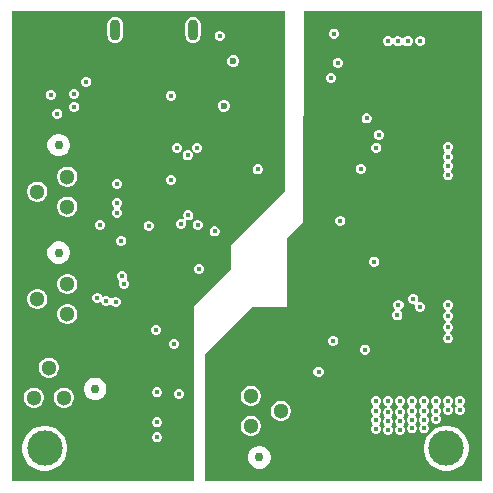
<source format=gbr>
%TF.GenerationSoftware,Altium Limited,Altium Designer,22.10.1 (41)*%
G04 Layer_Physical_Order=2*
G04 Layer_Color=36540*
%FSLAX45Y45*%
%MOMM*%
%TF.SameCoordinates,8F1E8784-786E-41FF-A270-8DB9F9DE2763*%
%TF.FilePolarity,Positive*%
%TF.FileFunction,Copper,L2,Inr,Signal*%
%TF.Part,Single*%
G01*
G75*
%TA.AperFunction,ComponentPad*%
%ADD46C,1.30000*%
%ADD47C,0.75000*%
%TA.AperFunction,WasherPad*%
%ADD48C,3.00000*%
%TA.AperFunction,SMDPad,CuDef*%
%ADD49C,3.00000*%
%TA.AperFunction,ComponentPad*%
%ADD50O,0.90000X1.80000*%
%TA.AperFunction,ViaPad*%
%ADD51C,0.45000*%
%ADD52C,0.60000*%
%ADD53C,0.50000*%
G36*
X4000000Y20391D02*
X1657773D01*
Y1097500D01*
X2052500Y1495000D01*
X2350000D01*
X2355000Y2082500D01*
X2487500Y2215000D01*
X2492500Y4000000D01*
X4000000D01*
Y20391D01*
D02*
G37*
G36*
X2335000Y2475000D02*
X1875000Y2015000D01*
Y1815000D01*
X1560000Y1500000D01*
Y20391D01*
X20391D01*
Y4000000D01*
X2335000D01*
Y2475000D01*
D02*
G37*
%LPC*%
G36*
X3380954Y3787501D02*
X3364047D01*
X3348426Y3781031D01*
X3336471Y3769076D01*
X3336351Y3768787D01*
X3323651D01*
X3323531Y3769076D01*
X3311576Y3781031D01*
X3295955Y3787501D01*
X3279048D01*
X3263428Y3781031D01*
X3253810Y3771414D01*
X3246252Y3770031D01*
X3238694Y3771414D01*
X3229077Y3781031D01*
X3213456Y3787501D01*
X3196549D01*
X3180928Y3781031D01*
X3168973Y3769076D01*
X3162503Y3753455D01*
Y3736548D01*
X3168973Y3720927D01*
X3180928Y3708972D01*
X3196549Y3702502D01*
X3213456D01*
X3229077Y3708972D01*
X3238694Y3718589D01*
X3246252Y3719972D01*
X3253810Y3718589D01*
X3263428Y3708972D01*
X3279048Y3702502D01*
X3295955D01*
X3311576Y3708972D01*
X3323531Y3720927D01*
X3323651Y3721216D01*
X3336351D01*
X3336471Y3720927D01*
X3348426Y3708972D01*
X3364047Y3702502D01*
X3380954D01*
X3396574Y3708972D01*
X3408530Y3720927D01*
X3415000Y3736548D01*
Y3753455D01*
X3408530Y3769076D01*
X3396574Y3781031D01*
X3380954Y3787501D01*
D02*
G37*
G36*
X2758454Y3852500D02*
X2741546D01*
X2725926Y3846030D01*
X2713970Y3834074D01*
X2707500Y3818454D01*
Y3801546D01*
X2713970Y3785926D01*
X2725926Y3773970D01*
X2741546Y3767500D01*
X2758454D01*
X2774074Y3773970D01*
X2786030Y3785926D01*
X2792500Y3801546D01*
Y3818454D01*
X2786030Y3834074D01*
X2774074Y3846030D01*
X2758454Y3852500D01*
D02*
G37*
G36*
X3488452Y3790001D02*
X3471544D01*
X3455924Y3783530D01*
X3443968Y3771575D01*
X3437498Y3755954D01*
Y3739047D01*
X3443968Y3723427D01*
X3455924Y3711471D01*
X3471544Y3705001D01*
X3488452D01*
X3504072Y3711471D01*
X3516028Y3723427D01*
X3522498Y3739047D01*
Y3755954D01*
X3516028Y3771575D01*
X3504072Y3783530D01*
X3488452Y3790001D01*
D02*
G37*
G36*
X2788453Y3602498D02*
X2771546D01*
X2755925Y3596028D01*
X2743970Y3584072D01*
X2737500Y3568452D01*
Y3551544D01*
X2743970Y3535924D01*
X2755925Y3523968D01*
X2771546Y3517498D01*
X2788453D01*
X2804074Y3523968D01*
X2816029Y3535924D01*
X2822499Y3551544D01*
Y3568452D01*
X2816029Y3584072D01*
X2804074Y3596028D01*
X2788453Y3602498D01*
D02*
G37*
G36*
X2733253Y3477499D02*
X2716346D01*
X2700725Y3471029D01*
X2688770Y3459074D01*
X2682300Y3443453D01*
Y3426546D01*
X2688770Y3410925D01*
X2700725Y3398970D01*
X2716346Y3392500D01*
X2733253D01*
X2748874Y3398970D01*
X2760829Y3410925D01*
X2767299Y3426546D01*
Y3443453D01*
X2760829Y3459074D01*
X2748874Y3471029D01*
X2733253Y3477499D01*
D02*
G37*
G36*
X3033454Y3135000D02*
X3016546D01*
X3000926Y3128530D01*
X2988970Y3116574D01*
X2982500Y3100954D01*
Y3084046D01*
X2988970Y3068426D01*
X3000926Y3056470D01*
X3016546Y3050000D01*
X3033454D01*
X3049074Y3056470D01*
X3061030Y3068426D01*
X3067500Y3084046D01*
Y3100954D01*
X3061030Y3116574D01*
X3049074Y3128530D01*
X3033454Y3135000D01*
D02*
G37*
G36*
X3135954Y2995000D02*
X3119046D01*
X3103426Y2988530D01*
X3091470Y2976574D01*
X3085000Y2960954D01*
Y2944046D01*
X3091470Y2928426D01*
X3103426Y2916470D01*
X3119046Y2910000D01*
X3135954D01*
X3151574Y2916470D01*
X3163530Y2928426D01*
X3170000Y2944046D01*
Y2960954D01*
X3163530Y2976574D01*
X3151574Y2988530D01*
X3135954Y2995000D01*
D02*
G37*
G36*
X3115954Y2887500D02*
X3099046D01*
X3083426Y2881030D01*
X3071470Y2869074D01*
X3065000Y2853454D01*
Y2836546D01*
X3071470Y2820926D01*
X3083426Y2808970D01*
X3099046Y2802500D01*
X3115954D01*
X3131574Y2808970D01*
X3143530Y2820926D01*
X3150000Y2836546D01*
Y2853454D01*
X3143530Y2869074D01*
X3131574Y2881030D01*
X3115954Y2887500D01*
D02*
G37*
G36*
X2983454Y2705000D02*
X2966546D01*
X2950926Y2698530D01*
X2938970Y2686574D01*
X2932500Y2670954D01*
Y2654046D01*
X2938970Y2638426D01*
X2950926Y2626470D01*
X2966546Y2620000D01*
X2983454D01*
X2999074Y2626470D01*
X3011030Y2638426D01*
X3017500Y2654046D01*
Y2670954D01*
X3011030Y2686574D01*
X2999074Y2698530D01*
X2983454Y2705000D01*
D02*
G37*
G36*
X3721453Y2890002D02*
X3704545D01*
X3688925Y2883532D01*
X3676969Y2871577D01*
X3670499Y2855956D01*
Y2839049D01*
X3676969Y2823428D01*
X3684231Y2816167D01*
X3687511Y2807919D01*
X3684231Y2799671D01*
X3676969Y2792409D01*
X3670499Y2776789D01*
Y2759881D01*
X3676969Y2744261D01*
X3684231Y2736999D01*
X3687511Y2728751D01*
X3684231Y2720503D01*
X3676969Y2713242D01*
X3670499Y2697621D01*
Y2680714D01*
X3676969Y2665093D01*
X3684231Y2657832D01*
X3687511Y2649584D01*
X3684231Y2641336D01*
X3676969Y2634074D01*
X3670499Y2618454D01*
Y2601546D01*
X3676969Y2585926D01*
X3688925Y2573970D01*
X3704545Y2567500D01*
X3721453D01*
X3737073Y2573970D01*
X3749029Y2585926D01*
X3755499Y2601546D01*
Y2618454D01*
X3749029Y2634074D01*
X3741767Y2641336D01*
X3738487Y2649584D01*
X3741767Y2657832D01*
X3749029Y2665093D01*
X3755499Y2680714D01*
Y2697621D01*
X3749029Y2713242D01*
X3741767Y2720503D01*
X3738487Y2728751D01*
X3741767Y2736999D01*
X3749029Y2744261D01*
X3755499Y2759881D01*
Y2776789D01*
X3749029Y2792409D01*
X3741767Y2799671D01*
X3738487Y2807919D01*
X3741767Y2816167D01*
X3749029Y2823428D01*
X3755499Y2839049D01*
Y2855956D01*
X3749029Y2871577D01*
X3737073Y2883532D01*
X3721453Y2890002D01*
D02*
G37*
G36*
X2810954Y2265000D02*
X2794046D01*
X2778426Y2258530D01*
X2766470Y2246574D01*
X2760000Y2230954D01*
Y2214046D01*
X2766470Y2198426D01*
X2778426Y2186470D01*
X2794046Y2180000D01*
X2810954D01*
X2826574Y2186470D01*
X2838530Y2198426D01*
X2845000Y2214046D01*
Y2230954D01*
X2838530Y2246574D01*
X2826574Y2258530D01*
X2810954Y2265000D01*
D02*
G37*
G36*
X3098454Y1922500D02*
X3081546D01*
X3065926Y1916030D01*
X3053970Y1904074D01*
X3047500Y1888454D01*
Y1871546D01*
X3053970Y1855926D01*
X3065926Y1843970D01*
X3081546Y1837500D01*
X3098454D01*
X3114074Y1843970D01*
X3126030Y1855926D01*
X3132500Y1871546D01*
Y1888454D01*
X3126030Y1904074D01*
X3114074Y1916030D01*
X3098454Y1922500D01*
D02*
G37*
G36*
X3428452Y1605001D02*
X3411545D01*
X3395924Y1598531D01*
X3383969Y1586575D01*
X3377498Y1570955D01*
Y1554048D01*
X3383969Y1538427D01*
X3395924Y1526472D01*
X3411545Y1520002D01*
X3425608D01*
X3432338Y1513115D01*
X3434739Y1508859D01*
X3432500Y1503454D01*
Y1486546D01*
X3438970Y1470926D01*
X3450926Y1458970D01*
X3466546Y1452500D01*
X3483454D01*
X3499074Y1458970D01*
X3511030Y1470926D01*
X3517500Y1486546D01*
Y1503454D01*
X3511030Y1519074D01*
X3499074Y1531030D01*
X3483454Y1537500D01*
X3469390D01*
X3462661Y1544386D01*
X3460259Y1548642D01*
X3462498Y1554048D01*
Y1570955D01*
X3456028Y1586575D01*
X3444072Y1598531D01*
X3428452Y1605001D01*
D02*
G37*
G36*
X3303171Y1555281D02*
X3286264D01*
X3270643Y1548810D01*
X3258688Y1536855D01*
X3252218Y1521234D01*
Y1504327D01*
X3258688Y1488707D01*
X3269194Y1478201D01*
X3269336Y1470032D01*
X3268169Y1464030D01*
X3260928Y1461031D01*
X3248973Y1449075D01*
X3242503Y1433455D01*
Y1416547D01*
X3248973Y1400927D01*
X3260928Y1388971D01*
X3276549Y1382501D01*
X3293456D01*
X3309076Y1388971D01*
X3321032Y1400927D01*
X3327502Y1416547D01*
Y1433455D01*
X3321032Y1449075D01*
X3310526Y1459581D01*
X3310384Y1467750D01*
X3311551Y1473752D01*
X3318792Y1476751D01*
X3330747Y1488707D01*
X3337217Y1504327D01*
Y1521234D01*
X3330747Y1536855D01*
X3318792Y1548810D01*
X3303171Y1555281D01*
D02*
G37*
G36*
X3720952Y1552500D02*
X3704045D01*
X3688424Y1546030D01*
X3676469Y1534074D01*
X3669999Y1518454D01*
Y1501546D01*
X3676469Y1485926D01*
X3688424Y1473970D01*
X3697511Y1470207D01*
Y1456460D01*
X3688424Y1452696D01*
X3676469Y1440741D01*
X3669999Y1425120D01*
Y1408213D01*
X3676469Y1392593D01*
X3688424Y1380637D01*
X3697511Y1376873D01*
Y1363127D01*
X3688424Y1359363D01*
X3676469Y1347408D01*
X3669999Y1331787D01*
Y1314880D01*
X3676469Y1299259D01*
X3688424Y1287304D01*
X3697511Y1283540D01*
Y1269793D01*
X3688424Y1266030D01*
X3676469Y1254074D01*
X3669999Y1238454D01*
Y1221546D01*
X3676469Y1205926D01*
X3688424Y1193970D01*
X3704045Y1187500D01*
X3720952D01*
X3736573Y1193970D01*
X3748528Y1205926D01*
X3754998Y1221546D01*
Y1238454D01*
X3748528Y1254074D01*
X3736573Y1266030D01*
X3727486Y1269793D01*
Y1283540D01*
X3736573Y1287304D01*
X3748528Y1299259D01*
X3754998Y1314880D01*
Y1331787D01*
X3748528Y1347408D01*
X3736573Y1359363D01*
X3727486Y1363127D01*
Y1376873D01*
X3736573Y1380637D01*
X3748528Y1392593D01*
X3754998Y1408213D01*
Y1425120D01*
X3748528Y1440741D01*
X3736573Y1452696D01*
X3727486Y1456460D01*
Y1470207D01*
X3736573Y1473970D01*
X3748528Y1485926D01*
X3754998Y1501546D01*
Y1518454D01*
X3748528Y1534074D01*
X3736573Y1546030D01*
X3720952Y1552500D01*
D02*
G37*
G36*
X2750954Y1250000D02*
X2734046D01*
X2718426Y1243530D01*
X2706470Y1231574D01*
X2700000Y1215954D01*
Y1199046D01*
X2706470Y1183426D01*
X2718426Y1171470D01*
X2734046Y1165000D01*
X2750954D01*
X2766574Y1171470D01*
X2778530Y1183426D01*
X2785000Y1199046D01*
Y1215954D01*
X2778530Y1231574D01*
X2766574Y1243530D01*
X2750954Y1250000D01*
D02*
G37*
G36*
X3018711Y1177702D02*
X3001804D01*
X2986183Y1171232D01*
X2974228Y1159276D01*
X2967758Y1143656D01*
Y1126748D01*
X2974228Y1111128D01*
X2986183Y1099172D01*
X3001804Y1092702D01*
X3018711D01*
X3034331Y1099172D01*
X3046287Y1111128D01*
X3052757Y1126748D01*
Y1143656D01*
X3046287Y1159276D01*
X3034331Y1171232D01*
X3018711Y1177702D01*
D02*
G37*
G36*
X2625954Y990000D02*
X2609046D01*
X2593426Y983530D01*
X2581470Y971574D01*
X2575000Y955954D01*
Y939046D01*
X2581470Y923426D01*
X2593426Y911470D01*
X2609046Y905000D01*
X2625954D01*
X2641574Y911470D01*
X2653530Y923426D01*
X2660000Y939046D01*
Y955954D01*
X2653530Y971574D01*
X2641574Y983530D01*
X2625954Y990000D01*
D02*
G37*
G36*
X2054689Y828499D02*
X2032308D01*
X2010689Y822707D01*
X1991307Y811517D01*
X1975481Y795691D01*
X1964291Y776308D01*
X1958498Y754690D01*
Y732309D01*
X1964291Y710691D01*
X1975481Y691308D01*
X1991307Y675483D01*
X2010689Y664292D01*
X2032308Y658500D01*
X2054689D01*
X2076307Y664292D01*
X2095689Y675483D01*
X2111515Y691308D01*
X2122705Y710691D01*
X2128498Y732309D01*
Y754690D01*
X2122705Y776308D01*
X2111515Y795691D01*
X2095689Y811517D01*
X2076307Y822707D01*
X2054689Y828499D01*
D02*
G37*
G36*
X3821669Y740000D02*
X3804762D01*
X3789141Y733530D01*
X3777185Y721574D01*
X3770715Y705954D01*
Y689046D01*
X3777185Y673426D01*
X3782315Y668297D01*
X3788113Y660000D01*
X3782315Y651703D01*
X3777185Y646574D01*
X3770715Y630954D01*
Y614046D01*
X3777185Y598426D01*
X3789141Y586470D01*
X3804762Y580000D01*
X3821669D01*
X3837289Y586470D01*
X3849245Y598426D01*
X3855715Y614046D01*
Y630954D01*
X3849245Y646574D01*
X3844116Y651703D01*
X3838317Y660000D01*
X3844116Y668297D01*
X3849245Y673426D01*
X3855715Y689046D01*
Y705954D01*
X3849245Y721574D01*
X3837289Y733530D01*
X3821669Y740000D01*
D02*
G37*
G36*
X3720597D02*
X3703690D01*
X3688069Y733530D01*
X3676114Y721574D01*
X3669644Y705954D01*
Y689046D01*
X3676114Y673426D01*
X3681243Y668297D01*
X3687041Y660000D01*
X3681243Y651703D01*
X3676114Y646574D01*
X3669644Y630954D01*
Y614046D01*
X3676114Y598426D01*
X3688069Y586470D01*
X3703690Y580000D01*
X3720597D01*
X3736218Y586470D01*
X3748173Y598426D01*
X3754643Y614046D01*
Y630954D01*
X3748173Y646574D01*
X3743044Y651703D01*
X3737246Y660000D01*
X3743044Y668297D01*
X3748173Y673426D01*
X3754643Y689046D01*
Y705954D01*
X3748173Y721574D01*
X3736218Y733530D01*
X3720597Y740000D01*
D02*
G37*
G36*
X2308689Y701499D02*
X2286308D01*
X2264689Y695707D01*
X2245307Y684517D01*
X2229481Y668691D01*
X2218291Y649308D01*
X2212498Y627690D01*
Y605309D01*
X2218291Y583691D01*
X2229481Y564308D01*
X2245307Y548483D01*
X2264689Y537292D01*
X2286308Y531500D01*
X2308689D01*
X2330307Y537292D01*
X2349689Y548483D01*
X2365515Y564308D01*
X2376705Y583691D01*
X2382498Y605309D01*
Y627690D01*
X2376705Y649308D01*
X2365515Y668691D01*
X2349689Y684517D01*
X2330307Y695707D01*
X2308689Y701499D01*
D02*
G37*
G36*
X3619525Y740000D02*
X3602618D01*
X3586998Y733530D01*
X3575042Y721574D01*
X3568572Y705954D01*
Y689046D01*
X3575042Y673426D01*
X3582893Y665576D01*
X3585644Y657500D01*
X3582893Y649424D01*
X3575042Y641574D01*
X3568572Y625954D01*
Y609046D01*
X3575042Y593426D01*
X3585968Y582500D01*
X3575042Y571574D01*
X3568572Y555954D01*
Y539046D01*
X3575042Y523426D01*
X3586998Y511470D01*
X3602618Y505000D01*
X3619525D01*
X3635146Y511470D01*
X3647101Y523426D01*
X3653572Y539046D01*
Y555954D01*
X3647101Y571574D01*
X3636176Y582500D01*
X3647101Y593426D01*
X3653572Y609046D01*
Y625954D01*
X3647101Y641574D01*
X3639251Y649424D01*
X3636499Y657500D01*
X3639251Y665576D01*
X3647101Y673426D01*
X3653572Y689046D01*
Y705954D01*
X3647101Y721574D01*
X3635146Y733530D01*
X3619525Y740000D01*
D02*
G37*
G36*
X3518454D02*
X3501546D01*
X3485926Y733530D01*
X3473970Y721574D01*
X3467500Y705954D01*
Y689046D01*
X3473970Y673426D01*
X3481821Y665576D01*
X3484573Y657500D01*
X3481821Y649424D01*
X3473970Y641574D01*
X3467500Y625954D01*
Y609046D01*
X3473970Y593426D01*
X3480350Y587047D01*
X3484549Y578750D01*
X3480350Y570453D01*
X3473970Y564074D01*
X3467500Y548454D01*
Y531546D01*
X3473970Y515926D01*
X3477850Y512047D01*
X3485717Y503750D01*
X3477850Y495453D01*
X3473970Y491574D01*
X3467500Y475954D01*
Y459046D01*
X3473970Y443426D01*
X3485926Y431470D01*
X3501546Y425000D01*
X3518454D01*
X3534074Y431470D01*
X3546030Y443426D01*
X3552500Y459046D01*
Y475954D01*
X3546030Y491574D01*
X3542151Y495453D01*
X3534284Y503750D01*
X3542151Y512047D01*
X3546030Y515926D01*
X3552500Y531546D01*
Y548454D01*
X3546030Y564074D01*
X3539651Y570453D01*
X3535451Y578750D01*
X3539651Y587047D01*
X3546030Y593426D01*
X3552500Y609046D01*
Y625954D01*
X3546030Y641574D01*
X3538179Y649424D01*
X3535428Y657500D01*
X3538179Y665576D01*
X3546030Y673426D01*
X3552500Y689046D01*
Y705954D01*
X3546030Y721574D01*
X3534074Y733530D01*
X3518454Y740000D01*
D02*
G37*
G36*
X3417382D02*
X3400475D01*
X3384854Y733530D01*
X3372899Y721574D01*
X3366429Y705954D01*
Y689046D01*
X3372899Y673426D01*
X3380749Y665576D01*
X3383501Y657500D01*
X3380749Y649424D01*
X3372899Y641574D01*
X3366429Y625954D01*
Y609046D01*
X3372899Y593426D01*
X3378028Y588297D01*
X3383826Y580000D01*
X3378028Y571703D01*
X3372899Y566574D01*
X3366429Y550954D01*
Y534046D01*
X3372899Y518426D01*
X3378028Y513297D01*
X3383826Y505000D01*
X3378028Y496703D01*
X3372899Y491574D01*
X3366429Y475954D01*
Y459046D01*
X3372899Y443426D01*
X3384854Y431470D01*
X3400475Y425000D01*
X3417382D01*
X3433003Y431470D01*
X3444958Y443426D01*
X3451428Y459046D01*
Y475954D01*
X3444958Y491574D01*
X3439829Y496703D01*
X3434030Y505000D01*
X3439829Y513297D01*
X3444958Y518426D01*
X3451428Y534046D01*
Y550954D01*
X3444958Y566574D01*
X3439829Y571703D01*
X3434030Y580000D01*
X3439829Y588297D01*
X3444958Y593426D01*
X3451428Y609046D01*
Y625954D01*
X3444958Y641574D01*
X3437108Y649424D01*
X3434356Y657500D01*
X3437108Y665576D01*
X3444958Y673426D01*
X3451428Y689046D01*
Y705954D01*
X3444958Y721574D01*
X3433003Y733530D01*
X3417382Y740000D01*
D02*
G37*
G36*
X3114167D02*
X3097260D01*
X3081639Y733530D01*
X3069684Y721574D01*
X3063214Y705954D01*
Y689046D01*
X3069684Y673426D01*
X3080362Y662747D01*
X3081062Y655500D01*
X3080362Y648253D01*
X3069684Y637574D01*
X3063214Y621954D01*
Y605046D01*
X3069684Y589426D01*
X3076063Y583047D01*
X3080262Y574750D01*
X3076063Y566453D01*
X3069684Y560074D01*
X3063214Y544454D01*
Y527546D01*
X3069684Y511926D01*
X3073563Y508047D01*
X3081430Y499750D01*
X3073563Y491453D01*
X3069684Y487574D01*
X3063214Y471954D01*
Y455046D01*
X3069684Y439426D01*
X3081639Y427470D01*
X3097260Y421000D01*
X3114167D01*
X3129787Y427470D01*
X3141743Y439426D01*
X3148213Y455046D01*
Y471954D01*
X3141743Y487574D01*
X3137864Y491453D01*
X3129997Y499750D01*
X3137864Y508047D01*
X3141743Y511926D01*
X3148213Y527546D01*
Y544454D01*
X3141743Y560074D01*
X3135364Y566453D01*
X3131165Y574750D01*
X3135364Y583047D01*
X3141743Y589426D01*
X3148213Y605046D01*
Y621954D01*
X3141743Y637574D01*
X3131064Y648253D01*
X3130364Y655500D01*
X3131064Y662747D01*
X3141743Y673426D01*
X3148213Y689046D01*
Y705954D01*
X3141743Y721574D01*
X3129787Y733530D01*
X3114167Y740000D01*
D02*
G37*
G36*
X3316310D02*
X3299403D01*
X3283783Y733530D01*
X3271827Y721574D01*
X3265357Y705954D01*
Y689046D01*
X3271827Y673426D01*
X3283783Y661470D01*
X3291863Y658123D01*
Y644377D01*
X3283783Y641030D01*
X3271827Y629074D01*
X3265357Y613454D01*
Y596546D01*
X3271827Y580926D01*
X3278206Y574547D01*
X3282405Y566250D01*
X3278206Y557953D01*
X3271827Y551574D01*
X3265357Y535954D01*
Y519046D01*
X3271827Y503426D01*
X3275706Y499547D01*
X3283573Y491250D01*
X3275706Y482953D01*
X3271827Y479074D01*
X3265357Y463454D01*
Y446546D01*
X3271827Y430926D01*
X3283783Y418970D01*
X3299403Y412500D01*
X3316310D01*
X3331931Y418970D01*
X3343886Y430926D01*
X3350357Y446546D01*
Y463454D01*
X3343886Y479074D01*
X3340007Y482953D01*
X3332140Y491250D01*
X3340007Y499547D01*
X3343886Y503426D01*
X3350357Y519046D01*
Y535954D01*
X3343886Y551574D01*
X3337507Y557953D01*
X3333308Y566250D01*
X3337507Y574547D01*
X3343886Y580926D01*
X3350357Y596546D01*
Y613454D01*
X3343886Y629074D01*
X3331931Y641030D01*
X3323850Y644377D01*
Y658123D01*
X3331931Y661470D01*
X3343886Y673426D01*
X3350357Y689046D01*
Y705954D01*
X3343886Y721574D01*
X3331931Y733530D01*
X3316310Y740000D01*
D02*
G37*
G36*
X3215239D02*
X3198331D01*
X3182711Y733530D01*
X3170755Y721574D01*
X3164285Y705954D01*
Y689046D01*
X3170755Y673426D01*
X3182711Y661470D01*
X3194148Y656733D01*
Y643267D01*
X3182711Y638530D01*
X3170755Y626574D01*
X3164285Y610954D01*
Y594046D01*
X3170755Y578426D01*
X3175884Y573297D01*
X3181683Y565000D01*
X3175884Y556703D01*
X3170755Y551574D01*
X3164285Y535954D01*
Y519046D01*
X3170755Y503426D01*
X3175885Y498297D01*
X3181683Y490000D01*
X3175885Y481703D01*
X3170755Y476574D01*
X3164285Y460954D01*
Y444046D01*
X3170755Y428426D01*
X3182711Y416470D01*
X3198331Y410000D01*
X3215239D01*
X3230859Y416470D01*
X3242815Y428426D01*
X3249285Y444046D01*
Y460954D01*
X3242815Y476574D01*
X3237685Y481703D01*
X3231887Y490000D01*
X3237685Y498297D01*
X3242815Y503426D01*
X3249285Y519046D01*
Y535954D01*
X3242815Y551574D01*
X3237686Y556703D01*
X3231887Y565000D01*
X3237686Y573297D01*
X3242815Y578426D01*
X3249285Y594046D01*
Y610954D01*
X3242815Y626574D01*
X3230859Y638530D01*
X3219422Y643267D01*
Y656733D01*
X3230859Y661470D01*
X3242815Y673426D01*
X3249285Y689046D01*
Y705954D01*
X3242815Y721574D01*
X3230859Y733530D01*
X3215239Y740000D01*
D02*
G37*
G36*
X2054689Y574499D02*
X2032308D01*
X2010689Y568707D01*
X1991307Y557517D01*
X1975481Y541691D01*
X1964291Y522308D01*
X1958498Y500690D01*
Y478309D01*
X1964291Y456691D01*
X1975481Y437308D01*
X1991307Y421483D01*
X2010689Y410292D01*
X2032308Y404500D01*
X2054689D01*
X2076307Y410292D01*
X2095689Y421483D01*
X2111515Y437308D01*
X2122705Y456691D01*
X2128498Y478309D01*
Y500690D01*
X2122705Y522308D01*
X2111515Y541691D01*
X2095689Y557517D01*
X2076307Y568707D01*
X2054689Y574499D01*
D02*
G37*
G36*
X2130005Y317500D02*
X2104991D01*
X2080830Y311026D01*
X2059167Y298519D01*
X2041480Y280831D01*
X2028973Y259168D01*
X2022499Y235007D01*
Y209993D01*
X2028973Y185831D01*
X2041480Y164169D01*
X2059167Y146481D01*
X2080830Y133974D01*
X2104991Y127500D01*
X2130005D01*
X2154167Y133974D01*
X2175830Y146481D01*
X2193517Y164169D01*
X2206024Y185831D01*
X2212498Y209993D01*
Y235007D01*
X2206024Y259168D01*
X2193517Y280831D01*
X2175830Y298519D01*
X2154167Y311026D01*
X2130005Y317500D01*
D02*
G37*
G36*
X3718711Y489999D02*
X3681284D01*
X3644577Y482698D01*
X3609999Y468375D01*
X3578880Y447582D01*
X3552415Y421117D01*
X3531622Y389998D01*
X3517300Y355420D01*
X3509998Y318713D01*
Y281286D01*
X3517300Y244579D01*
X3531622Y210001D01*
X3552415Y178882D01*
X3578880Y152417D01*
X3609999Y131624D01*
X3644577Y117301D01*
X3681284Y110000D01*
X3718711D01*
X3755418Y117301D01*
X3789996Y131624D01*
X3821116Y152417D01*
X3847580Y178882D01*
X3868373Y210001D01*
X3882696Y244579D01*
X3889998Y281286D01*
Y318713D01*
X3882696Y355420D01*
X3868373Y389998D01*
X3847580Y421117D01*
X3821116Y447582D01*
X3789996Y468375D01*
X3755418Y482698D01*
X3718711Y489999D01*
D02*
G37*
G36*
X1788454Y3832500D02*
X1771546D01*
X1755926Y3826030D01*
X1743970Y3814074D01*
X1737500Y3798454D01*
Y3781546D01*
X1743970Y3765926D01*
X1755926Y3753970D01*
X1771546Y3747500D01*
X1788454D01*
X1804074Y3753970D01*
X1816030Y3765926D01*
X1822500Y3781546D01*
Y3798454D01*
X1816030Y3814074D01*
X1804074Y3826030D01*
X1788454Y3832500D01*
D02*
G37*
G36*
X1554998Y3953062D02*
X1538030Y3950829D01*
X1522218Y3944279D01*
X1508640Y3933860D01*
X1498221Y3920282D01*
X1491671Y3904470D01*
X1489437Y3887502D01*
Y3797502D01*
X1491671Y3780533D01*
X1498221Y3764721D01*
X1508640Y3751144D01*
X1522218Y3740725D01*
X1538030Y3734175D01*
X1554998Y3731941D01*
X1571967Y3734175D01*
X1587778Y3740725D01*
X1601356Y3751144D01*
X1611775Y3764721D01*
X1618325Y3780533D01*
X1620559Y3797502D01*
Y3887502D01*
X1618325Y3904470D01*
X1611775Y3920282D01*
X1601356Y3933860D01*
X1587778Y3944279D01*
X1571967Y3950829D01*
X1554998Y3953062D01*
D02*
G37*
G36*
X894999D02*
X878031Y3950829D01*
X862219Y3944279D01*
X848641Y3933860D01*
X838222Y3920282D01*
X831673Y3904470D01*
X829439Y3887502D01*
Y3797502D01*
X831673Y3780533D01*
X838222Y3764721D01*
X848641Y3751144D01*
X862219Y3740725D01*
X878031Y3734175D01*
X894999Y3731941D01*
X911968Y3734175D01*
X927780Y3740725D01*
X941358Y3751144D01*
X951777Y3764721D01*
X958326Y3780533D01*
X960560Y3797502D01*
Y3887502D01*
X958326Y3904470D01*
X951777Y3920282D01*
X941358Y3933860D01*
X927780Y3944279D01*
X911968Y3950829D01*
X894999Y3953062D01*
D02*
G37*
G36*
X1906895Y3627104D02*
X1887003D01*
X1868626Y3619492D01*
X1854561Y3605427D01*
X1846949Y3587050D01*
Y3567159D01*
X1854561Y3548782D01*
X1868626Y3534716D01*
X1887003Y3527104D01*
X1906895D01*
X1925272Y3534716D01*
X1939337Y3548782D01*
X1946949Y3567159D01*
Y3587050D01*
X1939337Y3605427D01*
X1925272Y3619492D01*
X1906895Y3627104D01*
D02*
G37*
G36*
X659953Y3442498D02*
X643046D01*
X627426Y3436028D01*
X615470Y3424072D01*
X609000Y3408452D01*
Y3391545D01*
X615470Y3375924D01*
X627426Y3363969D01*
X643046Y3357498D01*
X659953D01*
X675574Y3363969D01*
X687529Y3375924D01*
X694000Y3391545D01*
Y3408452D01*
X687529Y3424072D01*
X675574Y3436028D01*
X659953Y3442498D01*
D02*
G37*
G36*
X555954Y3342500D02*
X539046D01*
X523426Y3336030D01*
X511470Y3324074D01*
X505000Y3308454D01*
Y3291546D01*
X511470Y3275926D01*
X523426Y3263970D01*
X539046Y3257500D01*
X555954D01*
X571574Y3263970D01*
X583530Y3275926D01*
X590000Y3291546D01*
Y3308454D01*
X583530Y3324074D01*
X571574Y3336030D01*
X555954Y3342500D01*
D02*
G37*
G36*
X358454Y3335000D02*
X341546D01*
X325926Y3328530D01*
X313970Y3316574D01*
X307500Y3300954D01*
Y3284046D01*
X313970Y3268426D01*
X325926Y3256470D01*
X341546Y3250000D01*
X358454D01*
X374074Y3256470D01*
X386030Y3268426D01*
X392500Y3284046D01*
Y3300954D01*
X386030Y3316574D01*
X374074Y3328530D01*
X358454Y3335000D01*
D02*
G37*
G36*
X1378453Y3327502D02*
X1361546D01*
X1345926Y3321032D01*
X1333970Y3309076D01*
X1327500Y3293456D01*
Y3276549D01*
X1333970Y3260928D01*
X1345926Y3248973D01*
X1361546Y3242503D01*
X1378453D01*
X1394074Y3248973D01*
X1406029Y3260928D01*
X1412500Y3276549D01*
Y3293456D01*
X1406029Y3309076D01*
X1394074Y3321032D01*
X1378453Y3327502D01*
D02*
G37*
G36*
X1825482Y3249460D02*
X1805590D01*
X1787213Y3241848D01*
X1773148Y3227783D01*
X1765536Y3209406D01*
Y3189515D01*
X1773148Y3171138D01*
X1787213Y3157072D01*
X1805590Y3149461D01*
X1825482D01*
X1843859Y3157072D01*
X1857924Y3171138D01*
X1865536Y3189515D01*
Y3209406D01*
X1857924Y3227783D01*
X1843859Y3241848D01*
X1825482Y3249460D01*
D02*
G37*
G36*
X558452Y3232100D02*
X541545D01*
X525924Y3225630D01*
X513968Y3213674D01*
X507498Y3198054D01*
Y3181146D01*
X513968Y3165526D01*
X525924Y3153570D01*
X541545Y3147100D01*
X558452D01*
X574072Y3153570D01*
X586028Y3165526D01*
X592498Y3181146D01*
Y3198054D01*
X586028Y3213674D01*
X574072Y3225630D01*
X558452Y3232100D01*
D02*
G37*
G36*
X415954Y3175000D02*
X399046D01*
X383426Y3168530D01*
X371470Y3156574D01*
X365000Y3140954D01*
Y3124046D01*
X371470Y3108426D01*
X383426Y3096470D01*
X399046Y3090000D01*
X415954D01*
X431574Y3096470D01*
X443530Y3108426D01*
X450000Y3124046D01*
Y3140954D01*
X443530Y3156574D01*
X431574Y3168530D01*
X415954Y3175000D01*
D02*
G37*
G36*
X1597743Y2885139D02*
X1580836D01*
X1565215Y2878668D01*
X1553260Y2866713D01*
X1546789Y2851092D01*
Y2834185D01*
X1553260Y2818565D01*
X1565215Y2806609D01*
X1580836Y2800139D01*
X1597743D01*
X1613363Y2806609D01*
X1625319Y2818565D01*
X1631789Y2834185D01*
Y2851092D01*
X1625319Y2866713D01*
X1613363Y2878668D01*
X1597743Y2885139D01*
D02*
G37*
G36*
X1428523D02*
X1411616D01*
X1395995Y2878668D01*
X1384040Y2866713D01*
X1377570Y2851092D01*
Y2834185D01*
X1384040Y2818565D01*
X1395995Y2806609D01*
X1411616Y2800139D01*
X1428523D01*
X1444143Y2806609D01*
X1456099Y2818565D01*
X1462569Y2834185D01*
Y2851092D01*
X1456099Y2866713D01*
X1444143Y2878668D01*
X1428523Y2885139D01*
D02*
G37*
G36*
X430506Y2961999D02*
X405492D01*
X381330Y2955525D01*
X359668Y2943018D01*
X341980Y2925331D01*
X329473Y2903668D01*
X322999Y2879507D01*
Y2854493D01*
X329473Y2830331D01*
X341980Y2808668D01*
X359668Y2790981D01*
X381330Y2778474D01*
X405492Y2772000D01*
X430506D01*
X454667Y2778474D01*
X476330Y2790981D01*
X494018Y2808668D01*
X506525Y2830331D01*
X512999Y2854493D01*
Y2879507D01*
X506525Y2903668D01*
X494018Y2925331D01*
X476330Y2943018D01*
X454667Y2955525D01*
X430506Y2961999D01*
D02*
G37*
G36*
X1518454Y2822500D02*
X1501546D01*
X1485926Y2816030D01*
X1473970Y2804074D01*
X1467500Y2788454D01*
Y2771546D01*
X1473970Y2755926D01*
X1485926Y2743970D01*
X1501546Y2737500D01*
X1518454D01*
X1534074Y2743970D01*
X1546030Y2755926D01*
X1552500Y2771546D01*
Y2788454D01*
X1546030Y2804074D01*
X1534074Y2816030D01*
X1518454Y2822500D01*
D02*
G37*
G36*
X2110954Y2702500D02*
X2094046D01*
X2078426Y2696030D01*
X2066470Y2684074D01*
X2060000Y2668454D01*
Y2651546D01*
X2066470Y2635926D01*
X2078426Y2623970D01*
X2094046Y2617500D01*
X2110954D01*
X2126574Y2623970D01*
X2138530Y2635926D01*
X2145000Y2651546D01*
Y2668454D01*
X2138530Y2684074D01*
X2126574Y2696030D01*
X2110954Y2702500D01*
D02*
G37*
G36*
X1378453Y2612502D02*
X1361546D01*
X1345926Y2606032D01*
X1333970Y2594077D01*
X1327500Y2578456D01*
Y2561549D01*
X1333970Y2545928D01*
X1345926Y2533973D01*
X1361546Y2527503D01*
X1378453D01*
X1394074Y2533973D01*
X1406029Y2545928D01*
X1412500Y2561549D01*
Y2578456D01*
X1406029Y2594077D01*
X1394074Y2606032D01*
X1378453Y2612502D01*
D02*
G37*
G36*
X503190Y2685000D02*
X480809D01*
X459191Y2679207D01*
X439808Y2668017D01*
X423982Y2652191D01*
X412792Y2632809D01*
X406999Y2611190D01*
Y2588809D01*
X412792Y2567191D01*
X423982Y2547809D01*
X439808Y2531983D01*
X459191Y2520793D01*
X480809Y2515000D01*
X503190D01*
X524808Y2520793D01*
X544190Y2531983D01*
X560016Y2547809D01*
X571207Y2567191D01*
X576999Y2588809D01*
Y2611190D01*
X571207Y2632809D01*
X560016Y2652191D01*
X544190Y2668017D01*
X524808Y2679207D01*
X503190Y2685000D01*
D02*
G37*
G36*
X920998Y2577623D02*
X904091D01*
X888470Y2571153D01*
X876515Y2559198D01*
X870045Y2543577D01*
Y2526670D01*
X876515Y2511050D01*
X888470Y2499094D01*
X904091Y2492624D01*
X920998D01*
X936619Y2499094D01*
X948574Y2511050D01*
X955044Y2526670D01*
Y2543577D01*
X948574Y2559198D01*
X936619Y2571153D01*
X920998Y2577623D01*
D02*
G37*
G36*
X249190Y2558000D02*
X226809D01*
X205191Y2552207D01*
X185808Y2541017D01*
X169982Y2525191D01*
X158792Y2505809D01*
X152999Y2484190D01*
Y2461809D01*
X158792Y2440191D01*
X169982Y2420809D01*
X185808Y2404983D01*
X205191Y2393793D01*
X226809Y2388000D01*
X249190D01*
X270808Y2393793D01*
X290190Y2404983D01*
X306016Y2420809D01*
X317207Y2440191D01*
X322999Y2461809D01*
Y2484190D01*
X317207Y2505809D01*
X306016Y2525191D01*
X290190Y2541017D01*
X270808Y2552207D01*
X249190Y2558000D01*
D02*
G37*
G36*
X503190Y2431000D02*
X480809D01*
X459191Y2425207D01*
X439808Y2414017D01*
X423982Y2398191D01*
X412792Y2378809D01*
X406999Y2357190D01*
Y2334809D01*
X412792Y2313191D01*
X423982Y2293809D01*
X439808Y2277983D01*
X459191Y2266793D01*
X480809Y2261000D01*
X503190D01*
X524808Y2266793D01*
X544190Y2277983D01*
X560016Y2293809D01*
X571207Y2313191D01*
X576999Y2334809D01*
Y2357190D01*
X571207Y2378809D01*
X560016Y2398191D01*
X544190Y2414017D01*
X524808Y2425207D01*
X503190Y2431000D01*
D02*
G37*
G36*
X920998Y2417616D02*
X904091D01*
X888470Y2411146D01*
X876515Y2399190D01*
X870045Y2383570D01*
Y2366662D01*
X876515Y2351042D01*
X884368Y2343189D01*
X887118Y2335114D01*
X884368Y2327039D01*
X876515Y2319186D01*
X870045Y2303566D01*
Y2286658D01*
X876515Y2271038D01*
X888470Y2259082D01*
X904091Y2252612D01*
X920998D01*
X936619Y2259082D01*
X948574Y2271038D01*
X955044Y2286658D01*
Y2303566D01*
X948574Y2319186D01*
X940721Y2327039D01*
X937971Y2335114D01*
X940721Y2343189D01*
X948574Y2351042D01*
X955044Y2366662D01*
Y2383570D01*
X948574Y2399190D01*
X936619Y2411146D01*
X920998Y2417616D01*
D02*
G37*
G36*
X1523828Y2313712D02*
X1506921D01*
X1491300Y2307242D01*
X1479345Y2295286D01*
X1472874Y2279666D01*
Y2262758D01*
X1478123Y2250088D01*
X1471588Y2241293D01*
X1469665Y2239845D01*
X1463254Y2242500D01*
X1446347D01*
X1430726Y2236030D01*
X1418771Y2224075D01*
X1412300Y2208454D01*
Y2191547D01*
X1418771Y2175927D01*
X1430726Y2163971D01*
X1446347Y2157501D01*
X1463254D01*
X1478874Y2163971D01*
X1490830Y2175927D01*
X1497300Y2191547D01*
Y2208454D01*
X1492052Y2221125D01*
X1498587Y2229920D01*
X1500509Y2231368D01*
X1506921Y2228712D01*
X1523828D01*
X1539448Y2235182D01*
X1551404Y2247138D01*
X1557874Y2262758D01*
Y2279666D01*
X1551404Y2295286D01*
X1539448Y2307242D01*
X1523828Y2313712D01*
D02*
G37*
G36*
X775993Y2232607D02*
X759086D01*
X743466Y2226137D01*
X731510Y2214182D01*
X725040Y2198561D01*
Y2181654D01*
X731510Y2166033D01*
X743466Y2154078D01*
X759086Y2147608D01*
X775993D01*
X791614Y2154078D01*
X803569Y2166033D01*
X810040Y2181654D01*
Y2198561D01*
X803569Y2214182D01*
X791614Y2226137D01*
X775993Y2232607D01*
D02*
G37*
G36*
X1602639Y2232005D02*
X1585732D01*
X1570111Y2225535D01*
X1558156Y2213580D01*
X1551685Y2197959D01*
Y2181052D01*
X1558156Y2165431D01*
X1570111Y2153476D01*
X1585732Y2147006D01*
X1602639D01*
X1618259Y2153476D01*
X1630215Y2165431D01*
X1636685Y2181052D01*
Y2197959D01*
X1630215Y2213580D01*
X1618259Y2225535D01*
X1602639Y2232005D01*
D02*
G37*
G36*
X1187420Y2222501D02*
X1170513D01*
X1154892Y2216030D01*
X1142936Y2204075D01*
X1136466Y2188454D01*
Y2171547D01*
X1142936Y2155927D01*
X1154892Y2143971D01*
X1170513Y2137501D01*
X1187420D01*
X1203040Y2143971D01*
X1214996Y2155927D01*
X1221466Y2171547D01*
Y2188454D01*
X1214996Y2204075D01*
X1203040Y2216030D01*
X1187420Y2222501D01*
D02*
G37*
G36*
X1746038Y2177604D02*
X1729131D01*
X1713511Y2171134D01*
X1701555Y2159178D01*
X1695085Y2143558D01*
Y2126651D01*
X1701555Y2111030D01*
X1713511Y2099075D01*
X1729131Y2092604D01*
X1746038D01*
X1761659Y2099075D01*
X1773614Y2111030D01*
X1780085Y2126651D01*
Y2143558D01*
X1773614Y2159178D01*
X1761659Y2171134D01*
X1746038Y2177604D01*
D02*
G37*
G36*
X956000Y2098662D02*
X939093D01*
X923472Y2092192D01*
X911517Y2080236D01*
X905046Y2064616D01*
Y2047709D01*
X911517Y2032088D01*
X923472Y2020133D01*
X939093Y2013662D01*
X956000D01*
X971620Y2020133D01*
X983576Y2032088D01*
X990046Y2047709D01*
Y2064616D01*
X983576Y2080236D01*
X971620Y2092192D01*
X956000Y2098662D01*
D02*
G37*
G36*
X430506Y2051999D02*
X405492D01*
X381330Y2045525D01*
X359668Y2033018D01*
X341980Y2015331D01*
X329473Y1993668D01*
X322999Y1969507D01*
Y1944493D01*
X329473Y1920331D01*
X341980Y1898669D01*
X359668Y1880981D01*
X381330Y1868474D01*
X405492Y1862000D01*
X430506D01*
X454667Y1868474D01*
X476330Y1880981D01*
X494018Y1898669D01*
X506525Y1920331D01*
X512999Y1944493D01*
Y1969507D01*
X506525Y1993668D01*
X494018Y2015331D01*
X476330Y2033018D01*
X454667Y2045525D01*
X430506Y2051999D01*
D02*
G37*
G36*
X1615954Y1861745D02*
X1599046D01*
X1583426Y1855274D01*
X1571470Y1843319D01*
X1565000Y1827698D01*
Y1810791D01*
X1571470Y1795171D01*
X1583426Y1783215D01*
X1599046Y1776745D01*
X1615954D01*
X1631574Y1783215D01*
X1643530Y1795171D01*
X1650000Y1810791D01*
Y1827698D01*
X1643530Y1843319D01*
X1631574Y1855274D01*
X1615954Y1861745D01*
D02*
G37*
G36*
X961529Y1800496D02*
X944622D01*
X929001Y1794025D01*
X917046Y1782070D01*
X910576Y1766449D01*
Y1749542D01*
X917046Y1733922D01*
X929001Y1721966D01*
X931172Y1707320D01*
X927498Y1698450D01*
Y1681543D01*
X933968Y1665922D01*
X945924Y1653967D01*
X961544Y1647497D01*
X978452D01*
X994072Y1653967D01*
X1006028Y1665922D01*
X1012498Y1681543D01*
Y1698450D01*
X1006028Y1714071D01*
X994072Y1726026D01*
X991901Y1740672D01*
X995575Y1749542D01*
Y1766449D01*
X989105Y1782070D01*
X977149Y1794025D01*
X961529Y1800496D01*
D02*
G37*
G36*
X503190Y1775000D02*
X480809D01*
X459191Y1769207D01*
X439808Y1758017D01*
X423982Y1742191D01*
X412792Y1722809D01*
X406999Y1701190D01*
Y1678809D01*
X412792Y1657191D01*
X423982Y1637809D01*
X439808Y1621983D01*
X459191Y1610793D01*
X480809Y1605000D01*
X503190D01*
X524808Y1610793D01*
X544190Y1621983D01*
X560016Y1637809D01*
X571207Y1657191D01*
X576999Y1678809D01*
Y1701190D01*
X571207Y1722809D01*
X560016Y1742191D01*
X544190Y1758017D01*
X524808Y1769207D01*
X503190Y1775000D01*
D02*
G37*
G36*
X754702Y1615324D02*
X737795D01*
X722174Y1608854D01*
X710219Y1596898D01*
X703748Y1581278D01*
Y1564370D01*
X710219Y1548750D01*
X722174Y1536794D01*
X737795Y1530324D01*
X754702D01*
X766234Y1535101D01*
X770555Y1536642D01*
X781176Y1529688D01*
X783770Y1523426D01*
X795725Y1511470D01*
X811346Y1505000D01*
X828253D01*
X843874Y1511470D01*
X849317Y1516914D01*
X863459Y1515927D01*
X864198Y1515201D01*
X875428Y1503970D01*
X891049Y1497500D01*
X907956D01*
X923577Y1503970D01*
X935532Y1515926D01*
X942002Y1531546D01*
Y1548454D01*
X935532Y1564074D01*
X923577Y1576030D01*
X907956Y1582500D01*
X891049D01*
X875428Y1576030D01*
X869985Y1570586D01*
X855843Y1571573D01*
X855104Y1572299D01*
X843874Y1583530D01*
X828253Y1590000D01*
X811346D01*
X799814Y1585223D01*
X795492Y1583682D01*
X784871Y1590636D01*
X782278Y1596898D01*
X770322Y1608854D01*
X754702Y1615324D01*
D02*
G37*
G36*
X249190Y1648000D02*
X226809D01*
X205191Y1642207D01*
X185808Y1631017D01*
X169982Y1615191D01*
X158792Y1595809D01*
X152999Y1574190D01*
Y1551809D01*
X158792Y1530191D01*
X169982Y1510809D01*
X185808Y1494983D01*
X205191Y1483793D01*
X226809Y1478000D01*
X249190D01*
X270808Y1483793D01*
X290190Y1494983D01*
X306016Y1510809D01*
X317207Y1530191D01*
X322999Y1551809D01*
Y1574190D01*
X317207Y1595809D01*
X306016Y1615191D01*
X290190Y1631017D01*
X270808Y1642207D01*
X249190Y1648000D01*
D02*
G37*
G36*
X503190Y1521000D02*
X480809D01*
X459191Y1515207D01*
X439808Y1504017D01*
X423982Y1488191D01*
X412792Y1468809D01*
X406999Y1447190D01*
Y1424809D01*
X412792Y1403191D01*
X423982Y1383809D01*
X439808Y1367983D01*
X459191Y1356793D01*
X480809Y1351000D01*
X503190D01*
X524808Y1356793D01*
X544190Y1367983D01*
X560016Y1383809D01*
X571207Y1403191D01*
X576999Y1424809D01*
Y1447190D01*
X571207Y1468809D01*
X560016Y1488191D01*
X544190Y1504017D01*
X524808Y1515207D01*
X503190Y1521000D01*
D02*
G37*
G36*
X1248454Y1342500D02*
X1231546D01*
X1215926Y1336030D01*
X1203970Y1324074D01*
X1197500Y1308454D01*
Y1291546D01*
X1203970Y1275926D01*
X1215926Y1263970D01*
X1231546Y1257500D01*
X1248454D01*
X1264074Y1263970D01*
X1276030Y1275926D01*
X1282500Y1291546D01*
Y1308454D01*
X1276030Y1324074D01*
X1264074Y1336030D01*
X1248454Y1342500D01*
D02*
G37*
G36*
X1403380Y1225372D02*
X1386473D01*
X1370853Y1218902D01*
X1358897Y1206946D01*
X1352427Y1191326D01*
Y1174418D01*
X1358897Y1158798D01*
X1370853Y1146842D01*
X1386473Y1140372D01*
X1403380D01*
X1419001Y1146842D01*
X1430956Y1158798D01*
X1437427Y1174418D01*
Y1191326D01*
X1430956Y1206946D01*
X1419001Y1218902D01*
X1403380Y1225372D01*
D02*
G37*
G36*
X344691Y1067500D02*
X322310D01*
X300692Y1061707D01*
X281309Y1050517D01*
X265483Y1034691D01*
X254293Y1015308D01*
X248500Y993690D01*
Y971309D01*
X254293Y949691D01*
X265483Y930309D01*
X281309Y914483D01*
X300692Y903292D01*
X322310Y897500D01*
X344691D01*
X366309Y903292D01*
X385691Y914483D01*
X401517Y930309D01*
X412708Y949691D01*
X418500Y971309D01*
Y993690D01*
X412708Y1015308D01*
X401517Y1034691D01*
X385691Y1050517D01*
X366309Y1061707D01*
X344691Y1067500D01*
D02*
G37*
G36*
X1258454Y815498D02*
X1241546D01*
X1225926Y809028D01*
X1213970Y797072D01*
X1207500Y781452D01*
Y764545D01*
X1213970Y748924D01*
X1225926Y736969D01*
X1241546Y730498D01*
X1258454D01*
X1274074Y736969D01*
X1286030Y748924D01*
X1292500Y764545D01*
Y781452D01*
X1286030Y797072D01*
X1274074Y809028D01*
X1258454Y815498D01*
D02*
G37*
G36*
X1443454Y800000D02*
X1426546D01*
X1410926Y793530D01*
X1398970Y781574D01*
X1392500Y765954D01*
Y749046D01*
X1398970Y733426D01*
X1410926Y721470D01*
X1426546Y715000D01*
X1443454D01*
X1459074Y721470D01*
X1471030Y733426D01*
X1477500Y749046D01*
Y765954D01*
X1471030Y781574D01*
X1459074Y793530D01*
X1443454Y800000D01*
D02*
G37*
G36*
X740007Y897500D02*
X714993D01*
X690831Y891026D01*
X669169Y878519D01*
X651481Y860831D01*
X638974Y839169D01*
X632500Y815007D01*
Y789993D01*
X638974Y765832D01*
X651481Y744169D01*
X669169Y726481D01*
X690831Y713974D01*
X714993Y707500D01*
X740007D01*
X764168Y713974D01*
X785831Y726481D01*
X803519Y744169D01*
X816026Y765832D01*
X822500Y789993D01*
Y815007D01*
X816026Y839169D01*
X803519Y860831D01*
X785831Y878519D01*
X764168Y891026D01*
X740007Y897500D01*
D02*
G37*
G36*
X471691Y813500D02*
X449310D01*
X427692Y807707D01*
X408309Y796517D01*
X392483Y780691D01*
X381293Y761308D01*
X375500Y739690D01*
Y717309D01*
X381293Y695691D01*
X392483Y676309D01*
X408309Y660483D01*
X427692Y649292D01*
X449310Y643500D01*
X471691D01*
X493309Y649292D01*
X512691Y660483D01*
X528517Y676309D01*
X539708Y695691D01*
X545500Y717309D01*
Y739690D01*
X539708Y761308D01*
X528517Y780691D01*
X512691Y796517D01*
X493309Y807707D01*
X471691Y813500D01*
D02*
G37*
G36*
X217691D02*
X195310D01*
X173692Y807707D01*
X154309Y796517D01*
X138483Y780691D01*
X127293Y761308D01*
X121500Y739690D01*
Y717309D01*
X127293Y695691D01*
X138483Y676309D01*
X154309Y660483D01*
X173692Y649292D01*
X195310Y643500D01*
X217691D01*
X239309Y649292D01*
X258691Y660483D01*
X274517Y676309D01*
X285708Y695691D01*
X291500Y717309D01*
Y739690D01*
X285708Y761308D01*
X274517Y780691D01*
X258691Y796517D01*
X239309Y807707D01*
X217691Y813500D01*
D02*
G37*
G36*
X1258454Y561498D02*
X1241546D01*
X1225926Y555028D01*
X1213970Y543072D01*
X1207500Y527452D01*
Y510545D01*
X1213970Y494924D01*
X1225926Y482969D01*
X1241546Y476498D01*
X1258454D01*
X1274074Y482969D01*
X1286030Y494924D01*
X1292500Y510545D01*
Y527452D01*
X1286030Y543072D01*
X1274074Y555028D01*
X1258454Y561498D01*
D02*
G37*
G36*
Y434498D02*
X1241546D01*
X1225926Y428028D01*
X1213970Y416072D01*
X1207500Y400452D01*
Y383545D01*
X1213970Y367924D01*
X1225926Y355969D01*
X1241546Y349498D01*
X1258454D01*
X1274074Y355969D01*
X1286030Y367924D01*
X1292500Y383545D01*
Y400452D01*
X1286030Y416072D01*
X1274074Y428028D01*
X1258454Y434498D01*
D02*
G37*
G36*
X318713Y489999D02*
X281286D01*
X244579Y482698D01*
X210001Y468375D01*
X178882Y447582D01*
X152417Y421117D01*
X131624Y389998D01*
X117301Y355420D01*
X110000Y318713D01*
Y281286D01*
X117301Y244579D01*
X131624Y210001D01*
X152417Y178882D01*
X178882Y152417D01*
X210001Y131624D01*
X244579Y117301D01*
X281286Y110000D01*
X318713D01*
X355420Y117301D01*
X389998Y131624D01*
X421117Y152417D01*
X447582Y178882D01*
X468375Y210001D01*
X482698Y244579D01*
X489999Y281286D01*
Y318713D01*
X482698Y355420D01*
X468375Y389998D01*
X447582Y421117D01*
X421117Y447582D01*
X389998Y468375D01*
X355420Y482698D01*
X318713Y489999D01*
D02*
G37*
%LPD*%
D46*
X2297498Y616500D02*
D03*
Y362500D02*
D03*
X2043498Y743500D02*
D03*
Y489500D02*
D03*
X491999Y2600000D02*
D03*
X237999Y2727000D02*
D03*
Y2473000D02*
D03*
X491999Y2346000D02*
D03*
X587500Y982500D02*
D03*
X333500D02*
D03*
X206500Y728500D02*
D03*
X460500D02*
D03*
X237999Y1817000D02*
D03*
X491999Y1690000D02*
D03*
X237999Y1563000D02*
D03*
X491999Y1436000D02*
D03*
D47*
X2117498Y222500D02*
D03*
X417999Y2867000D02*
D03*
X727500Y802500D02*
D03*
X417999Y1957000D02*
D03*
D48*
X299999Y299999D02*
D03*
X3699998D02*
D03*
D49*
X299999D02*
D03*
D50*
X894999Y3842502D02*
D03*
X1554998D02*
D03*
D51*
X2617500Y947500D02*
D03*
X2750000Y3810000D02*
D03*
X2975000Y2662500D02*
D03*
X3025000Y3092500D02*
D03*
X2802500Y2222500D02*
D03*
X651500Y3399998D02*
D03*
X547500Y3300000D02*
D03*
X947546Y2056162D02*
D03*
X960000Y2127500D02*
D03*
X746248Y1572824D02*
D03*
X953075Y1757996D02*
D03*
X899502Y1540000D02*
D03*
X1607500Y1819245D02*
D03*
X1510000Y2780000D02*
D03*
X1589289Y2842639D02*
D03*
X1500000Y3150000D02*
D03*
X1420069Y2842639D02*
D03*
X912545Y2375116D02*
D03*
Y2295112D02*
D03*
Y2535124D02*
D03*
X1737585Y2135104D02*
D03*
X2742500Y1207500D02*
D03*
X1515374Y2271212D02*
D03*
X1178966Y2180001D02*
D03*
X3590000Y3380000D02*
D03*
X3010257Y1135202D02*
D03*
X3215000Y300000D02*
D03*
X3115000D02*
D03*
X3315000Y200000D02*
D03*
X3315000Y300465D02*
D03*
X3315000Y100000D02*
D03*
X3115000D02*
D03*
X3215000Y200000D02*
D03*
X3115000D02*
D03*
X3215000Y100000D02*
D03*
X3105713Y536000D02*
D03*
Y613500D02*
D03*
Y697500D02*
D03*
Y463500D02*
D03*
X3206785Y602500D02*
D03*
Y697500D02*
D03*
Y527500D02*
D03*
Y452500D02*
D03*
X3307857Y455000D02*
D03*
Y605000D02*
D03*
Y527500D02*
D03*
Y697500D02*
D03*
X3408928D02*
D03*
Y467500D02*
D03*
Y542500D02*
D03*
X3510000Y467500D02*
D03*
Y540000D02*
D03*
Y697500D02*
D03*
X3611072Y547500D02*
D03*
Y697500D02*
D03*
X3712143Y622500D02*
D03*
Y697500D02*
D03*
X3813215Y622500D02*
D03*
Y697500D02*
D03*
X3611072Y617500D02*
D03*
X3510000D02*
D03*
X3408928D02*
D03*
X3287502Y3745001D02*
D03*
X3205002D02*
D03*
X3479998Y3747501D02*
D03*
X3372500Y3745001D02*
D03*
X3712499Y1323333D02*
D03*
Y1230000D02*
D03*
Y1510000D02*
D03*
Y1416667D02*
D03*
X3475000Y1495000D02*
D03*
X3419998Y1562501D02*
D03*
X3430200Y3450000D02*
D03*
X549998Y3189600D02*
D03*
X1780000Y3790000D02*
D03*
X969998Y1689997D02*
D03*
X1727998Y3030000D02*
D03*
X1454800Y2200001D02*
D03*
X1240000Y1300000D02*
D03*
X3902500Y1406666D02*
D03*
Y1313333D02*
D03*
Y1220000D02*
D03*
X3920000Y2570000D02*
D03*
Y2763333D02*
D03*
Y2860000D02*
D03*
Y2666666D02*
D03*
X3712999Y2610000D02*
D03*
Y2689168D02*
D03*
X3920000Y2110000D02*
D03*
X3090000Y1880000D02*
D03*
X1394927Y1182872D02*
D03*
X2520000Y1730000D02*
D03*
X3430000Y2790000D02*
D03*
X3950000Y3950000D02*
D03*
Y3850000D02*
D03*
Y3750000D02*
D03*
X3955000Y730000D02*
D03*
X3330000Y3192500D02*
D03*
X3107500Y2845000D02*
D03*
X3127500Y2952500D02*
D03*
X2724799Y3434999D02*
D03*
X3417501Y3625000D02*
D03*
X3224256Y3489256D02*
D03*
X1435000Y757500D02*
D03*
X2102500Y2660000D02*
D03*
X767540Y2190107D02*
D03*
X3902500Y1499999D02*
D03*
X3294718Y1512781D02*
D03*
X1370000Y3285002D02*
D03*
X407500Y3132500D02*
D03*
X350000Y3292500D02*
D03*
X1594185Y2189505D02*
D03*
X819799Y1547500D02*
D03*
X3712999Y2768335D02*
D03*
X3457499Y3932499D02*
D03*
X3350001D02*
D03*
X3239999D02*
D03*
X2588981Y3692098D02*
D03*
Y2930098D02*
D03*
X1792402Y899998D02*
D03*
Y137998D02*
D03*
X3285002Y1425001D02*
D03*
X3712999Y2847503D02*
D03*
X2780000Y3559998D02*
D03*
X1370000Y2570002D02*
D03*
X1250000Y772998D02*
D03*
Y518998D02*
D03*
Y391998D02*
D03*
D52*
X567502Y3657498D02*
D03*
X722498D02*
D03*
X1737585Y2527623D02*
D03*
X1815536Y3199460D02*
D03*
X1210000Y1162500D02*
D03*
X1147500Y1295000D02*
D03*
X972002Y490002D02*
D03*
X1896949Y3577104D02*
D03*
X1210000Y1690000D02*
D03*
X1130000Y1540000D02*
D03*
X861830Y1849996D02*
D03*
X1110000Y1840000D02*
D03*
X3090000Y2017998D02*
D03*
X1985000Y964497D02*
D03*
X1250000Y899998D02*
D03*
X1039998D02*
D03*
X2046580Y3692098D02*
D03*
X722498Y3907500D02*
D03*
X572501D02*
D03*
X715000Y3530001D02*
D03*
X572501Y3527501D02*
D03*
X997499Y3302498D02*
D03*
X1737584Y2707630D02*
D03*
X3277499Y1062502D02*
D03*
X3102498Y845500D02*
D03*
X2750000Y3671997D02*
D03*
X1250000Y137998D02*
D03*
D53*
X3947500Y3499998D02*
D03*
Y3619998D02*
D03*
X3290000Y2340000D02*
D03*
X2960000Y1965000D02*
D03*
X3580002Y1387786D02*
D03*
X3947500Y3359998D02*
D03*
X3477499Y1654998D02*
D03*
X3310001Y2622499D02*
D03*
%TF.MD5,d8040869ef5acbadb1c22b117e737d51*%
M02*

</source>
